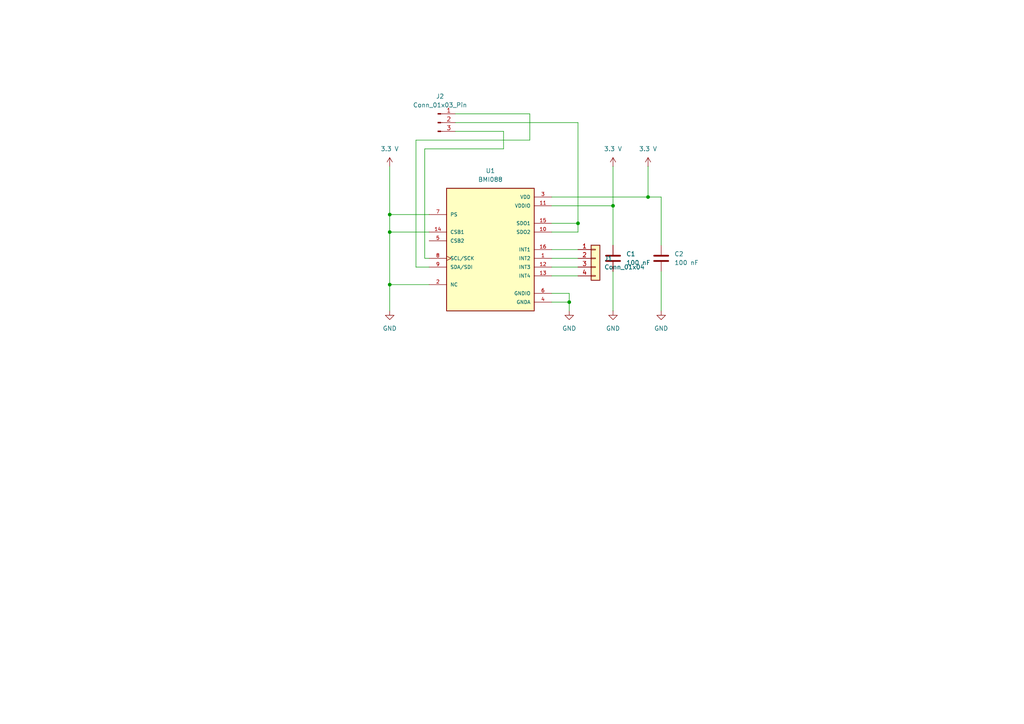
<source format=kicad_sch>
(kicad_sch (version 20240417) (generator "eeschema") (generator_version "8.99")
  (paper "A4")
  (lib_symbols
    (symbol "4xxx:BMI088" (pin_names (offset 1.016))
      (property "Reference" "U" (at -12.7 18.415 0))
      (property "Value" "BMI088" (at -12.7 -20.32 0))
      (symbol "BMI088_0_0"
        (rectangle (start -12.7 -17.78) (end 12.7 17.78) (stroke (width 0.254)) (fill (type background)))
        (pin bidirectional line (at 17.78 -2.54 180) (length 5.08) (name "INT2") (number "1"))
        (pin output line (at 17.78 5.08 180) (length 5.08) (name "SDO2") (number "10"))
        (pin power_in line (at 17.78 12.7 180) (length 5.08) (name "VDDIO") (number "11"))
        (pin bidirectional line (at 17.78 -5.08 180) (length 5.08) (name "INT3") (number "12"))
        (pin bidirectional line (at 17.78 -7.62 180) (length 5.08) (name "INT4") (number "13"))
        (pin input line (at -17.78 5.08 0) (length 5.08) (name "CSB1") (number "14"))
        (pin output line (at 17.78 7.62 180) (length 5.08) (name "SDO1") (number "15"))
        (pin bidirectional line (at 17.78 0 180) (length 5.08) (name "INT1") (number "16"))
        (pin passive line (at -17.78 -10.16 0) (length 5.08) (name "NC") (number "2"))
        (pin power_in line (at 17.78 15.24 180) (length 5.08) (name "VDD") (number "3"))
        (pin power_in line (at 17.78 -15.24 180) (length 5.08) (name "GNDA") (number "4"))
        (pin input line (at -17.78 2.54 0) (length 5.08) (name "CSB2") (number "5"))
        (pin power_in line (at 17.78 -12.7 180) (length 5.08) (name "GNDIO") (number "6"))
        (pin input line (at -17.78 10.16 0) (length 5.08) (name "PS") (number "7"))
        (pin input clock (at -17.78 -2.54 0) (length 5.08) (name "SCL/SCK") (number "8"))
        (pin bidirectional line (at -17.78 -5.08 0) (length 5.08) (name "SDA/SDI") (number "9"))
      )
    )
    (symbol "Connector:Conn_01x03_Pin" (pin_names (offset 1.016) hide)
      (property "Reference" "J" (at 0 5.08 0))
      (property "Value" "Conn_01x03_Pin" (at 0 -5.08 0))
      (symbol "Conn_01x03_Pin_1_1"
        (rectangle (start 0.8636 2.667) (end 0 2.413) (stroke (width 0.1524)) (fill (type outline)))
        (rectangle (start 0.8636 0.127) (end 0 -0.127) (stroke (width 0.1524)) (fill (type outline)))
        (rectangle (start 0.8636 -2.413) (end 0 -2.667) (stroke (width 0.1524)) (fill (type outline)))
        (polyline (pts (xy 1.27 2.54) (xy 0.8636 2.54)) (stroke (width 0.1524)))
        (polyline (pts (xy 1.27 0) (xy 0.8636 0)) (stroke (width 0.1524)))
        (polyline (pts (xy 1.27 -2.54) (xy 0.8636 -2.54)) (stroke (width 0.1524)))
        (pin passive line (at 5.08 2.54 180) (length 3.81) (name "Pin_1") (number "1"))
        (pin passive line (at 5.08 0 180) (length 3.81) (name "Pin_2") (number "2"))
        (pin passive line (at 5.08 -2.54 180) (length 3.81) (name "Pin_3") (number "3"))
      )
    )
    (symbol "Connector_Generic:Conn_01x04" (pin_names (offset 1.016) hide)
      (property "Reference" "J" (at 0 5.08 0))
      (property "Value" "Conn_01x04" (at 0 -7.62 0))
      (symbol "Conn_01x04_1_1"
        (rectangle (start -1.27 3.81) (end 1.27 -6.35) (stroke (width 0.254)) (fill (type background)))
        (rectangle (start -1.27 2.667) (end 0 2.413) (stroke (width 0.1524)))
        (rectangle (start -1.27 0.127) (end 0 -0.127) (stroke (width 0.1524)))
        (rectangle (start -1.27 -2.413) (end 0 -2.667) (stroke (width 0.1524)))
        (rectangle (start -1.27 -4.953) (end 0 -5.207) (stroke (width 0.1524)))
        (pin passive line (at -5.08 2.54 0) (length 3.81) (name "Pin_1") (number "1"))
        (pin passive line (at -5.08 0 0) (length 3.81) (name "Pin_2") (number "2"))
        (pin passive line (at -5.08 -2.54 0) (length 3.81) (name "Pin_3") (number "3"))
        (pin passive line (at -5.08 -5.08 0) (length 3.81) (name "Pin_4") (number "4"))
      )
    )
    (symbol "Device:C" (pin_numbers hide) (pin_names (offset 0.254))
      (property "Reference" "C" (at 0.635 2.54 0))
      (property "Value" "C" (at 0.635 -2.54 0))
      (symbol "C_0_1"
        (polyline (pts (xy -2.032 0.762) (xy 2.032 0.762)) (stroke (width 0.508)))
        (polyline (pts (xy -2.032 -0.762) (xy 2.032 -0.762)) (stroke (width 0.508)))
      )
      (symbol "C_1_1"
        (pin passive line (at 0 3.81 270) (length 2.794) (name "~") (number "1"))
        (pin passive line (at 0 -3.81 90) (length 2.794) (name "~") (number "2"))
      )
    )
    (symbol "power:GND" (power) (pin_numbers hide) (pin_names (offset 0) hide)
      (property "Value" "GND" (at 0 -3.81 0))
      (symbol "GND_0_1"
        (polyline (pts (xy 0 0) (xy 0 -1.27) (xy 1.27 -1.27) (xy 0 -2.54) (xy -1.27 -1.27) (xy 0 -1.27)))
      )
      (symbol "GND_1_1"
        (pin power_in line (at 0 0 270) (length 0) (name "~") (number "1"))
      )
    )
    (symbol "power:VDD" (power) (pin_numbers hide) (pin_names (offset 0) hide)
      (property "Value" "VDD" (at 0 3.556 0))
      (symbol "VDD_0_1"
        (polyline (pts (xy -0.762 1.27) (xy 0 2.54)))
        (polyline (pts (xy 0 2.54) (xy 0.762 1.27)))
        (polyline (pts (xy 0 0) (xy 0 2.54)))
      )
      (symbol "VDD_1_1"
        (pin power_in line (at 0 0 90) (length 0) (name "~") (number "1"))
      )
    )
  )
  (junction (at 113.03 67.31))
  (junction (at 165.1 87.63))
  (junction (at 113.03 82.55))
  (junction (at 187.96 57.15))
  (junction (at 113.03 62.23))
  (junction (at 167.64 64.77))
  (junction (at 177.8 59.69))
  (wire (pts (xy 160.02 87.63) (xy 165.1 87.63)))
  (wire (pts (xy 146.05 43.18) (xy 146.05 38.1)))
  (wire (pts (xy 132.08 33.02) (xy 153.67 33.02)))
  (wire (pts (xy 167.64 67.31) (xy 167.64 64.77)))
  (wire (pts (xy 191.77 78.74) (xy 191.77 90.17)))
  (wire (pts (xy 167.64 64.77) (xy 167.64 35.56)))
  (wire (pts (xy 123.19 74.93) (xy 123.19 43.18)))
  (wire (pts (xy 177.8 59.69) (xy 177.8 71.12)))
  (wire (pts (xy 160.02 85.09) (xy 165.1 85.09)))
  (wire (pts (xy 124.46 67.31) (xy 113.03 67.31)))
  (wire (pts (xy 132.08 38.1) (xy 146.05 38.1)))
  (wire (pts (xy 132.08 35.56) (xy 167.64 35.56)))
  (wire (pts (xy 177.8 48.26) (xy 177.8 59.69)))
  (wire (pts (xy 113.03 67.31) (xy 113.03 82.55)))
  (wire (pts (xy 160.02 80.01) (xy 167.64 80.01)))
  (wire (pts (xy 113.03 62.23) (xy 124.46 62.23)))
  (wire (pts (xy 160.02 67.31) (xy 167.64 67.31)))
  (wire (pts (xy 120.65 40.64) (xy 153.67 40.64)))
  (wire (pts (xy 177.8 78.74) (xy 177.8 90.17)))
  (wire (pts (xy 153.67 40.64) (xy 153.67 33.02)))
  (wire (pts (xy 160.02 74.93) (xy 167.64 74.93)))
  (wire (pts (xy 160.02 57.15) (xy 187.96 57.15)))
  (wire (pts (xy 124.46 77.47) (xy 120.65 77.47)))
  (wire (pts (xy 113.03 48.26) (xy 113.03 62.23)))
  (wire (pts (xy 113.03 82.55) (xy 113.03 90.17)))
  (wire (pts (xy 191.77 57.15) (xy 191.77 71.12)))
  (wire (pts (xy 160.02 64.77) (xy 167.64 64.77)))
  (wire (pts (xy 113.03 62.23) (xy 113.03 67.31)))
  (wire (pts (xy 165.1 85.09) (xy 165.1 87.63)))
  (wire (pts (xy 191.77 57.15) (xy 187.96 57.15)))
  (wire (pts (xy 124.46 74.93) (xy 123.19 74.93)))
  (wire (pts (xy 165.1 87.63) (xy 165.1 90.17)))
  (wire (pts (xy 160.02 72.39) (xy 167.64 72.39)))
  (wire (pts (xy 123.19 43.18) (xy 146.05 43.18)))
  (wire (pts (xy 124.46 82.55) (xy 113.03 82.55)))
  (wire (pts (xy 187.96 48.26) (xy 187.96 57.15)))
  (wire (pts (xy 160.02 77.47) (xy 167.64 77.47)))
  (wire (pts (xy 160.02 59.69) (xy 177.8 59.69)))
  (wire (pts (xy 120.65 77.47) (xy 120.65 40.64)))
  (symbol (lib_id "power:GND") (at 191.77 90.17 0) (unit 1)
    (property "Reference" "#PWR04" (effects (hide yes)))
    (property "Value" "GND" (at 191.77 95.25 0))
    (property "Description" "Power symbol creates a global label with name \"GND\" , ground" (effects (hide yes)))
  )
  (symbol (lib_id "Connector:Conn_01x03_Pin") (at 127 35.56 0) (unit 1)
    (property "Reference" "J2" (at 127.635 27.94 0))
    (property "Value" "Conn_01x03_Pin" (at 127.635 30.48 0))
    (property "Footprint" "Connector_PinHeader_2.54mm:PinHeader_1x03_P2.54mm_Horizontal" (effects (hide yes)))
  )
  (symbol (lib_id "Connector_Generic:Conn_01x04") (at 172.72 74.93 0) (unit 1)
    (property "Reference" "J1" (at 175.26 74.9299 0) (effects (justify left)))
    (property "Value" "Conn_01x04" (at 175.26 77.4699 0) (effects (justify left)))
    (property "Footprint" "Connector_PinHeader_2.54mm:PinHeader_1x04_P2.54mm_Horizontal" (effects (hide yes)))
    (property "Description" "Generic connector, single row, 01x04, script generated (kicad-library-utils/schlib/autogen/connector/)" (effects (hide yes)))
  )
  (symbol (lib_id "Device:C") (at 191.77 74.93 0) (unit 1)
    (property "Reference" "C2" (at 195.58 73.6599 0) (effects (justify left)))
    (property "Value" "100 nF" (at 195.58 76.1999 0) (effects (justify left)))
    (property "Footprint" "Capacitor_SMD:C_0201_0603Metric" (effects (hide yes)))
    (property "Description" "Unpolarized capacitor" (effects (hide yes)))
  )
  (symbol (lib_id "power:VDD") (at 177.8 48.26 0) (unit 1)
    (property "Reference" "#PWR06" (effects (hide yes)))
    (property "Value" "3.3 V" (at 177.8 43.18 0))
    (property "Description" "Power symbol creates a global label with name \"VDD\"" (effects (hide yes)))
  )
  (symbol (lib_id "power:GND") (at 165.1 90.17 0) (unit 1)
    (property "Reference" "#PWR02" (effects (hide yes)))
    (property "Value" "GND" (at 165.1 95.25 0))
    (property "Description" "Power symbol creates a global label with name \"GND\" , ground" (effects (hide yes)))
  )
  (symbol (lib_id "power:GND") (at 177.8 90.17 0) (unit 1)
    (property "Reference" "#PWR03" (effects (hide yes)))
    (property "Value" "GND" (at 177.8 95.25 0))
    (property "Description" "Power symbol creates a global label with name \"GND\" , ground" (effects (hide yes)))
  )
  (symbol (lib_id "power:GND") (at 113.03 90.17 0) (unit 1)
    (property "Reference" "#PWR01" (effects (hide yes)))
    (property "Value" "GND" (at 113.03 95.25 0))
    (property "Description" "Power symbol creates a global label with name \"GND\" , ground" (effects (hide yes)))
  )
  (symbol (lib_id "power:VDD") (at 187.96 48.26 0) (unit 1)
    (property "Reference" "#PWR05" (effects (hide yes)))
    (property "Value" "3.3 V" (at 187.96 43.18 0))
    (property "Description" "Power symbol creates a global label with name \"VDD\"" (effects (hide yes)))
  )
  (symbol (lib_id "Device:C") (at 177.8 74.93 0) (unit 1)
    (property "Reference" "C1" (at 181.61 73.6599 0) (effects (justify left)))
    (property "Value" "100 nF" (at 181.61 76.1999 0) (effects (justify left)))
    (property "Footprint" "Capacitor_SMD:C_0201_0603Metric" (effects (hide yes)))
    (property "Description" "Unpolarized capacitor" (effects (hide yes)))
  )
  (symbol (lib_id "4xxx:BMI088") (at 142.24 72.39 0) (unit 1)
    (property "Reference" "U1" (at 142.24 49.53 0))
    (property "Value" "BMI088" (at 142.24 52.07 0))
    (property "Footprint" "BMI088 (1) 2:PQFN50P450X300X100-16N" (effects (hide yes)))
  )
  (symbol (lib_id "power:VDD") (at 113.03 48.26 0) (unit 1)
    (property "Reference" "#PWR07" (effects (hide yes)))
    (property "Value" "3.3 V" (at 113.03 43.18 0))
    (property "Description" "Power symbol creates a global label with name \"VDD\"" (effects (hide yes)))
  )
)
</source>
